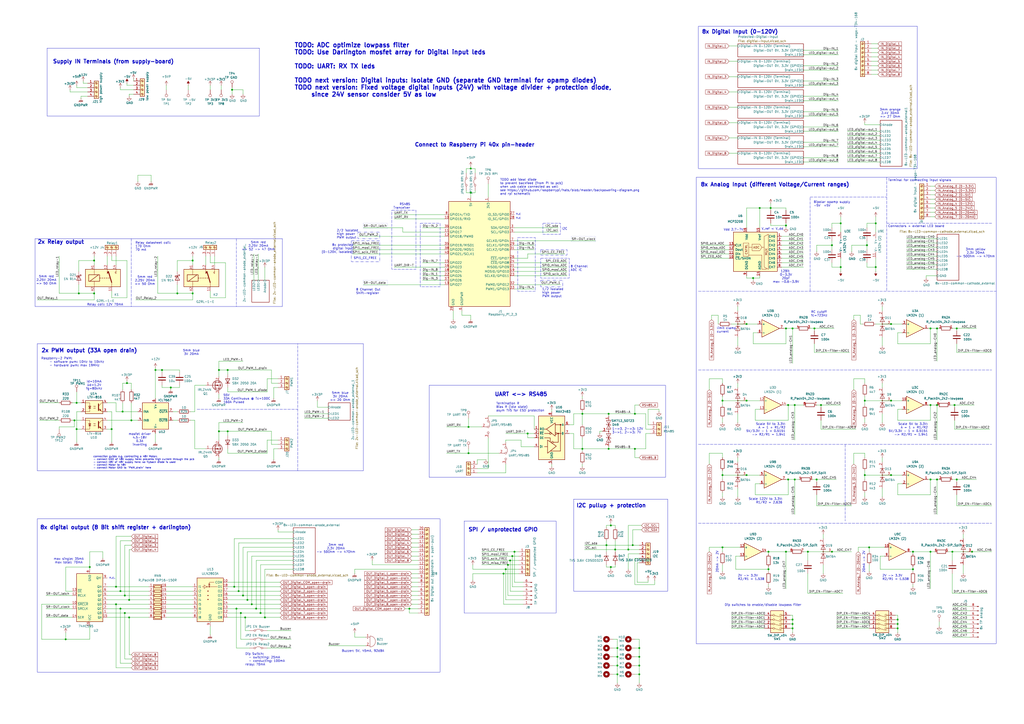
<source format=kicad_sch>
(kicad_sch
	(version 20231120)
	(generator "eeschema")
	(generator_version "8.0")
	(uuid "af4d11a6-73e1-4c39-a25e-5fe7dfa07237")
	(paper "A2")
	
	(junction
		(at 140.97 345.44)
		(diameter 0)
		(color 0 0 0 0)
		(uuid "01a8e618-7e14-4882-9136-a12536116a47")
	)
	(junction
		(at 237.49 353.06)
		(diameter 0)
		(color 0 0 0 0)
		(uuid "01c225b5-cd2c-42cd-9a9e-dd1eb69e7a46")
	)
	(junction
		(at 294.64 327.66)
		(diameter 0)
		(color 0 0 0 0)
		(uuid "05305efd-1dbd-4d1b-9814-028567a7094e")
	)
	(junction
		(at 137.16 353.06)
		(diameter 0)
		(color 0 0 0 0)
		(uuid "05eca1c0-0042-44d8-82a8-b1f48175c33d")
	)
	(junction
		(at 368.3 260.35)
		(diameter 0)
		(color 0 0 0 0)
		(uuid "06f335d7-63de-4572-a20a-022b6c7f93c9")
	)
	(junction
		(at 364.49 318.77)
		(diameter 0)
		(color 0 0 0 0)
		(uuid "072c8fc6-89d0-4715-8ea4-dd9134761f17")
	)
	(junction
		(at 351.79 316.23)
		(diameter 0)
		(color 0 0 0 0)
		(uuid "07823899-5798-4592-8eff-8b1fe5858f30")
	)
	(junction
		(at 358.14 381)
		(diameter 0)
		(color 0 0 0 0)
		(uuid "08257806-6a62-48e1-afe8-11841934bc89")
	)
	(junction
		(at 71.12 238.76)
		(diameter 0)
		(color 0 0 0 0)
		(uuid "0eedc99b-ff42-4961-8286-6066dee5c8fe")
	)
	(junction
		(at 508 129.54)
		(diameter 0)
		(color 0 0 0 0)
		(uuid "0f3fa599-affa-44c6-8b85-24ce12db14ea")
	)
	(junction
		(at 67.31 340.36)
		(diameter 0)
		(color 0 0 0 0)
		(uuid "10026633-9ac7-4b72-aa53-10151f42da81")
	)
	(junction
		(at 64.77 248.92)
		(diameter 0)
		(color 0 0 0 0)
		(uuid "11580b8b-6675-41d3-b33d-e1ed958eda93")
	)
	(junction
		(at 153.67 358.14)
		(diameter 0)
		(color 0 0 0 0)
		(uuid "119c3b35-4b9f-4318-9220-02559deba15e")
	)
	(junction
		(at 73.66 222.25)
		(diameter 0)
		(color 0 0 0 0)
		(uuid "14ee932b-b4bf-415b-ab21-01e0b930417b")
	)
	(junction
		(at 516.89 232.41)
		(diameter 0)
		(color 0 0 0 0)
		(uuid "14fcd33f-6a27-4b5c-bd8a-16602ae94ce3")
	)
	(junction
		(at 353.06 240.03)
		(diameter 0)
		(color 0 0 0 0)
		(uuid "1827b75e-5515-4844-a399-117e6918fd73")
	)
	(junction
		(at 354.33 328.93)
		(diameter 0)
		(color 0 0 0 0)
		(uuid "1c476741-4a7f-44e7-a84a-5b0fc50d1df8")
	)
	(junction
		(at 487.68 154.94)
		(diameter 0)
		(color 0 0 0 0)
		(uuid "1f83392c-f6f4-4c47-92c7-6541609902a5")
	)
	(junction
		(at 508 154.94)
		(diameter 0)
		(color 0 0 0 0)
		(uuid "1ff1815a-ddb0-4907-bed1-18b8fe5665e3")
	)
	(junction
		(at 461.01 234.95)
		(diameter 0)
		(color 0 0 0 0)
		(uuid "209182a8-b4b9-40cd-b5b2-bd90b860e927")
	)
	(junction
		(at 54.61 151.13)
		(diameter 0)
		(color 0 0 0 0)
		(uuid "213f96fc-26d9-4cf1-83bd-f4336ef00b81")
	)
	(junction
		(at 102.87 170.18)
		(diameter 0)
		(color 0 0 0 0)
		(uuid "236f3f4e-76e9-4351-baf1-7665cdb427aa")
	)
	(junction
		(at 146.05 350.52)
		(diameter 0)
		(color 0 0 0 0)
		(uuid "24719f92-8210-4aa7-b4fb-885fcf560860")
	)
	(junction
		(at 127 214.63)
		(diameter 0)
		(color 0 0 0 0)
		(uuid "2a544a35-89e9-4403-a76e-deca404b0df4")
	)
	(junction
		(at 337.82 240.03)
		(diameter 0)
		(color 0 0 0 0)
		(uuid "2d47b40e-d23f-458b-8bda-f40f4a63d16c")
	)
	(junction
		(at 461.01 278.13)
		(diameter 0)
		(color 0 0 0 0)
		(uuid "2ec783c1-8b84-46a4-83e0-9e6bdd9d83e1")
	)
	(junction
		(at 419.1 275.59)
		(diameter 0)
		(color 0 0 0 0)
		(uuid "2f3e2706-66a2-4ddc-84d7-d0f87e408bee")
	)
	(junction
		(at 358.14 391.16)
		(diameter 0)
		(color 0 0 0 0)
		(uuid "30eb7102-40a1-423f-af53-d597c277def6")
	)
	(junction
		(at 433.07 187.96)
		(diameter 0)
		(color 0 0 0 0)
		(uuid "322a1d28-d972-4b68-a81b-9e541f249074")
	)
	(junction
		(at 539.75 234.95)
		(diameter 0)
		(color 0 0 0 0)
		(uuid "3ae78f7f-94a6-4485-a6b5-d7ce73e1abef")
	)
	(junction
		(at 516.89 187.96)
		(diameter 0)
		(color 0 0 0 0)
		(uuid "3b4b0fd5-c991-4a1b-b89c-c6b2bfe001ca")
	)
	(junction
		(at 44.45 233.68)
		(diameter 0)
		(color 0 0 0 0)
		(uuid "3c610d6d-cd11-4e18-9d10-ffa22d04497a")
	)
	(junction
		(at 52.07 328.93)
		(diameter 0)
		(color 0 0 0 0)
		(uuid "3c754c5e-b249-46c4-9d05-9f550316aca5")
	)
	(junction
		(at 273.05 111.76)
		(diameter 0)
		(color 0 0 0 0)
		(uuid "401df33a-bfc8-4102-a832-13b9d72f27f9")
	)
	(junction
		(at 447.04 120.65)
		(diameter 0)
		(color 0 0 0 0)
		(uuid "42f8f2a2-d4f1-4f85-a7f3-af76fd15f334")
	)
	(junction
		(at 539.75 190.5)
		(diameter 0)
		(color 0 0 0 0)
		(uuid "4c28afa4-cb18-4457-bfd3-5c53dabd8baa")
	)
	(junction
		(at 67.31 350.52)
		(diameter 0)
		(color 0 0 0 0)
		(uuid "4dd49bce-72c0-4885-aaa1-4fc2ceee5ed9")
	)
	(junction
		(at 293.37 330.2)
		(diameter 0)
		(color 0 0 0 0)
		(uuid "4e253152-ce51-433a-bba8-8c16e7a62d28")
	)
	(junction
		(at 436.88 161.29)
		(diameter 0)
		(color 0 0 0 0)
		(uuid "4e57230f-aabe-47d0-b863-f2adc3d1ffe4")
	)
	(junction
		(at 554.99 278.13)
		(diameter 0)
		(color 0 0 0 0)
		(uuid "5350fbf4-d95b-437a-9686-20f0bf58d3a4")
	)
	(junction
		(at 356.87 318.77)
		(diameter 0)
		(color 0 0 0 0)
		(uuid "53d66afe-70cb-456e-9b1b-03e37a30427c")
	)
	(junction
		(at 539.75 278.13)
		(diameter 0)
		(color 0 0 0 0)
		(uuid "5453c15f-3da7-498f-b4d4-eefd4a32800e")
	)
	(junction
		(at 482.6 142.24)
		(diameter 0)
		(color 0 0 0 0)
		(uuid "55a82554-799d-4bb3-8181-718182c3900f")
	)
	(junction
		(at 501.65 232.41)
		(diameter 0)
		(color 0 0 0 0)
		(uuid "57a339c8-b411-45ff-a169-a3416d23d890")
	)
	(junction
		(at 111.76 170.18)
		(diameter 0)
		(color 0 0 0 0)
		(uuid "58641e9a-dfea-4a17-a599-d3f20704b922")
	)
	(junction
		(at 370.84 386.08)
		(diameter 0)
		(color 0 0 0 0)
		(uuid "58dccc51-9004-41fb-ad0d-5592fc6a349d")
	)
	(junction
		(at 539.75 320.04)
		(diameter 0)
		(color 0 0 0 0)
		(uuid "5ebeab69-b597-43d2-ab3a-c72fec21131d")
	)
	(junction
		(at 504.19 317.5)
		(diameter 0)
		(color 0 0 0 0)
		(uuid "5fbe9979-8f7b-4932-9184-a4d03c15d4fe")
	)
	(junction
		(at 476.25 234.95)
		(diameter 0)
		(color 0 0 0 0)
		(uuid "5fd46808-879e-44b8-af18-96d3e87ab16f")
	)
	(junction
		(at 354.33 304.8)
		(diameter 0)
		(color 0 0 0 0)
		(uuid "60649139-4bdd-472e-9af5-360b27505cfe")
	)
	(junction
		(at 370.84 391.16)
		(diameter 0)
		(color 0 0 0 0)
		(uuid "60a6d836-72d0-4313-9d09-432095eb272f")
	)
	(junction
		(at 295.91 325.12)
		(diameter 0)
		(color 0 0 0 0)
		(uuid "64cc4205-6b81-48b6-affd-d8656f4e6bce")
	)
	(junction
		(at 529.59 320.04)
		(diameter 0)
		(color 0 0 0 0)
		(uuid "67352b46-f9e5-4f25-b773-3d42ff5e5699")
	)
	(junction
		(at 419.1 317.5)
		(diameter 0)
		(color 0 0 0 0)
		(uuid "6e2b59ba-643e-42d5-abe7-fae3afd30e18")
	)
	(junction
		(at 90.17 214.63)
		(diameter 0)
		(color 0 0 0 0)
		(uuid "6f8dae14-e5bb-4ed3-8136-992dd6b276bb")
	)
	(junction
		(at 440.69 120.65)
		(diameter 0)
		(color 0 0 0 0)
		(uuid "71c80c36-cea0-487c-bcb3-ac90e6cf6909")
	)
	(junction
		(at 501.65 275.59)
		(diameter 0)
		(color 0 0 0 0)
		(uuid "72cd6455-fb65-4b52-8421-80100f0ddc8f")
	)
	(junction
		(at 69.85 342.9)
		(diameter 0)
		(color 0 0 0 0)
		(uuid "751fb691-f4d4-4afb-8c99-237d44216e6a")
	)
	(junction
		(at 143.51 347.98)
		(diameter 0)
		(color 0 0 0 0)
		(uuid "75331210-328d-4b01-a051-ab734c1e4329")
	)
	(junction
		(at 455.93 130.81)
		(diameter 0)
		(color 0 0 0 0)
		(uuid "7b6a19d9-d84c-4ace-9ad2-e52657e5669a")
	)
	(junction
		(at 543.56 190.5)
		(diameter 0)
		(color 0 0 0 0)
		(uuid "7c4690e7-c7bf-4226-a178-dc9e53dc51ed")
	)
	(junction
		(at 445.77 320.04)
		(diameter 0)
		(color 0 0 0 0)
		(uuid "7eee6ae0-e862-4cf5-a20a-077da3b5824a")
	)
	(junction
		(at 358.14 375.92)
		(diameter 0)
		(color 0 0 0 0)
		(uuid "8445ba9c-2e95-4eb0-ba3f-795d556ef72f")
	)
	(junction
		(at 38.1 370.84)
		(diameter 0)
		(color 0 0 0 0)
		(uuid "84b82d7c-5f92-4073-bceb-03310c6207ac")
	)
	(junction
		(at 472.44 190.5)
		(diameter 0)
		(color 0 0 0 0)
		(uuid "85be4b5b-1dd3-4429-a51f-714f415e4cb3")
	)
	(junction
		(at 516.89 275.59)
		(diameter 0)
		(color 0 0 0 0)
		(uuid "86f80d78-9680-4044-9ea8-382a544e1180")
	)
	(junction
		(at 306.07 251.46)
		(diameter 0)
		(color 0 0 0 0)
		(uuid "8ba0df70-00b9-477d-a1d9-09e132e0196c")
	)
	(junction
		(at 502.92 142.24)
		(diameter 0)
		(color 0 0 0 0)
		(uuid "8e2b91a7-a806-46dd-8017-558f66a7d5aa")
	)
	(junction
		(at 93.98 214.63)
		(diameter 0)
		(color 0 0 0 0)
		(uuid "900094c6-ad82-42ce-b9e4-bbff1fbd4f7d")
	)
	(junction
		(at 370.84 375.92)
		(diameter 0)
		(color 0 0 0 0)
		(uuid "92b51d51-f5fb-410e-bbe5-38b96764124c")
	)
	(junction
		(at 271.78 262.89)
		(diameter 0)
		(color 0 0 0 0)
		(uuid "98441d78-d77f-486a-92ea-3668d01ee127")
	)
	(junction
		(at 543.56 234.95)
		(diameter 0)
		(color 0 0 0 0)
		(uuid "9857da2e-fa86-4979-a30f-81191067da5a")
	)
	(junction
		(at 292.1 332.74)
		(diameter 0)
		(color 0 0 0 0)
		(uuid "9867b519-f5bd-4ee4-8781-727026525927")
	)
	(junction
		(at 459.74 359.41)
		(diameter 0)
		(color 0 0 0 0)
		(uuid "98c11e17-da75-489b-919d-abd5b90d75d6")
	)
	(junction
		(at 520.7 364.49)
		(diameter 0)
		(color 0 0 0 0)
		(uuid "9905ae76-43d5-46fd-ab04-63b3bd0b1c1a")
	)
	(junction
		(at 529.59 330.2)
		(diameter 0)
		(color 0 0 0 0)
		(uuid "9f9cd4a1-53b7-4b90-939d-1f42f0144daf")
	)
	(junction
		(at 72.39 345.44)
		(diameter 0)
		(color 0 0 0 0)
		(uuid "a02a0c35-7237-4690-930d-ae7d81a03d46")
	)
	(junction
		(at 433.07 275.59)
		(diameter 0)
		(color 0 0 0 0)
		(uuid "a0fb1850-0f46-4c36-b798-547b535c42df")
	)
	(junction
		(at 44.45 248.92)
		(diameter 0)
		(color 0 0 0 0)
		(uuid "a156600e-b17b-40ee-9338-2875dd6af119")
	)
	(junction
		(at 459.74 364.49)
		(diameter 0)
		(color 0 0 0 0)
		(uuid "a2aaf358-b70a-40ed-8891-c2b838783341")
	)
	(junction
		(at 543.56 278.13)
		(diameter 0)
		(color 0 0 0 0)
		(uuid "a647ae42-673a-4b30-ba91-f5c0de2d1fb1")
	)
	(junction
		(at 419.1 232.41)
		(diameter 0)
		(color 0 0 0 0)
		(uuid "a8916f2a-3760-4408-a711-e8008e50a42d")
	)
	(junction
		(at 473.71 278.13)
		(diameter 0)
		(color 0 0 0 0)
		(uuid "a8b20a5e-2fbe-4704-8e22-2faf27846df8")
	)
	(junction
		(at 553.72 234.95)
		(diameter 0)
		(color 0 0 0 0)
		(uuid "aad29792-d123-4844-9da8-1df2be24a9d5")
	)
	(junction
		(at 45.72 170.18)
		(diameter 0)
		(color 0 0 0 0)
		(uuid "ac1970be-fc9a-493a-b832-4f526b5d8a6f")
	)
	(junction
		(at 367.03 316.23)
		(diameter 0)
		(color 0 0 0 0)
		(uuid "ac4ac232-9a0f-4efe-bd40-aa7c1fcbaeed")
	)
	(junction
		(at 142.24 358.14)
		(diameter 0)
		(color 0 0 0 0)
		(uuid "b03b65c9-d63a-4b4e-b4bc-bfd5bb85047b")
	)
	(junction
		(at 134.62 52.07)
		(diameter 0)
		(color 0 0 0 0)
		(uuid "b1b4e282-b41e-4806-9700-a7c6fbc133b2")
	)
	(junction
		(at 138.43 342.9)
		(diameter 0)
		(color 0 0 0 0)
		(uuid "b2e04b3a-0203-4e9b-b5fb-44711c9651f5")
	)
	(junction
		(at 99.06 224.79)
		(diameter 0)
		(color 0 0 0 0)
		(uuid "b650fb0f-f91e-4bab-945c-20253961cf93")
	)
	(junction
		(at 368.3 240.03)
		(diameter 0)
		(color 0 0 0 0)
		(uuid "b75f83a7-ff43-422c-8aef-b23c65dc9f58")
	)
	(junction
		(at 433.07 232.41)
		(diameter 0)
		(color 0 0 0 0)
		(uuid "b8cbbf2c-6947-4c47-a76a-df98369a49e2")
	)
	(junction
		(at 445.77 330.2)
		(diameter 0)
		(color 0 0 0 0)
		(uuid "bc0e8895-a168-4b32-a3ae-032222041331")
	)
	(junction
		(at 273.05 97.79)
		(diameter 0)
		(color 0 0 0 0)
		(uuid "c141ea30-0a7b-45f8-a452-2c0244bcf9aa")
	)
	(junction
		(at 111.76 151.13)
		(diameter 0)
		(color 0 0 0 0)
		(uuid "c25e2208-2d4a-4a5d-b1b6-520bc7405c20")
	)
	(junction
		(at 72.39 355.6)
		(diameter 0)
		(color 0 0 0 0)
		(uuid "c2a7d60c-8406-4629-9f9f-20facc991908")
	)
	(junction
		(at 127 250.19)
		(diameter 0)
		(color 0 0 0 0)
		(uuid "c583ebaa-dbb1-42bf-9503-cd46d9d9c934")
	)
	(junction
		(at 468.63 320.04)
		(diameter 0)
		(color 0 0 0 0)
		(uuid "c6fd9455-a40f-495c-b522-dad68ccccb40")
	)
	(junction
		(at 69.85 353.06)
		(diameter 0)
		(color 0 0 0 0)
		(uuid "c7252f51-5593-44ea-9ef0-15644cb2b836")
	)
	(junction
		(at 482.6 320.04)
		(diameter 0)
		(color 0 0 0 0)
		(uuid "c7d2abe6-56ee-45d0-91ba-2bdad49697be")
	)
	(junction
		(at 554.99 190.5)
		(diameter 0)
		(color 0 0 0 0)
		(uuid "c9a1a788-271b-4313-91ac-1eb41a1be2d1")
	)
	(junction
		(at 74.93 347.98)
		(diameter 0)
		(color 0 0 0 0)
		(uuid "ca97fd06-a20b-4255-9402-c6f0775648c9")
	)
	(junction
		(at 563.88 320.04)
		(diameter 0)
		(color 0 0 0 0)
		(uuid "cb011434-a4b0-4556-a812-d331c49ca2c1")
	)
	(junction
		(at 297.18 322.58)
		(diameter 0)
		(color 0 0 0 0)
		(uuid "ccfc0193-cd4b-4bd1-9adb-8688e97bfa23")
	)
	(junction
		(at 151.13 355.6)
		(diameter 0)
		(color 0 0 0 0)
		(uuid "cdb7cae5-fc07-4bbc-8ee6-837fb3913bf1")
	)
	(junction
		(at 455.93 320.04)
		(diameter 0)
		(color 0 0 0 0)
		(uuid "d3002e4b-d3e1-40cc-9b8a-5d2c7334c6dd")
	)
	(junction
		(at 520.7 361.95)
		(diameter 0)
		(color 0 0 0 0)
		(uuid "d3c25f2f-519c-4e8a-bf2d-451e91de8263")
	)
	(junction
		(at 459.74 190.5)
		(diameter 0)
		(color 0 0 0 0)
		(uuid "d5958f52-db39-4d96-9f5c-46cc0e0a9c13")
	)
	(junction
		(at 353.06 260.35)
		(diameter 0)
		(color 0 0 0 0)
		(uuid "d5f0980c-b894-41c8-ad9a-99d84da95533")
	)
	(junction
		(at 132.08 250.19)
		(diameter 0)
		(color 0 0 0 0)
		(uuid "d7f6abff-a394-48b0-8295-d13e407a04cb")
	)
	(junction
		(at 487.68 129.54)
		(diameter 0)
		(color 0 0 0 0)
		(uuid "d8d7fb1f-bb4d-4c93-8aa7-905c20aefd85")
	)
	(junction
		(at 358.14 386.08)
		(diameter 0)
		(color 0 0 0 0)
		(uuid "d8d95aad-526c-4d3e-9a9b-fefcb78efcaa")
	)
	(junction
		(at 552.45 320.04)
		(diameter 0)
		(color 0 0 0 0)
		(uuid "dd672ca4-9aed-4510-a18a-eaf4c4b1b5b2")
	)
	(junction
		(at 298.45 320.04)
		(diameter 0)
		(color 0 0 0 0)
		(uuid "dd9c1b13-9084-449b-9bee-5e037521464a")
	)
	(junction
		(at 520.7 359.41)
		(diameter 0)
		(color 0 0 0 0)
		(uuid "df62cb63-19fa-46f2-9a5a-93a304b5a69d")
	)
	(junction
		(at 271.78 247.65)
		(diameter 0)
		(color 0 0 0 0)
		(uuid "df678c17-c7d1-407d-803a-c886081558ed")
	)
	(junction
		(at 457.2 234.95)
		(diameter 0)
		(color 0 0 0 0)
		(uuid "e06e2f01-d838-48f6-8efa-7e05b926ca29")
	)
	(junction
		(at 54.61 170.18)
		(diameter 0)
		(color 0 0 0 0)
		(uuid "e0fcc60c-adef-4503-b67d-31eec596d694")
	)
	(junction
		(at 148.59 353.06)
		(diameter 0)
		(color 0 0 0 0)
		(uuid "e3108376-7dad-4cc8-8861-63d384004879")
	)
	(junction
		(at 76.2 243.84)
		(diameter 0)
		(color 0 0 0 0)
		(uuid "e5b099e1-f557-4448-b3d0-b283fc211558")
	)
	(junction
		(at 135.89 340.36)
		(diameter 0)
		(color 0 0 0 0)
		(uuid "e5bd5461-5bb2-4b08-87c8-6e463ef8db0a")
	)
	(junction
		(at 132.08 214.63)
		(diameter 0)
		(color 0 0 0 0)
		(uuid "e8615103-e90c-4f75-b440-b8fad443ff1e")
	)
	(junction
		(at 43.18 243.84)
		(diameter 0)
		(color 0 0 0 0)
		(uuid "e888c988-fb5e-4161-b771-d1f510c9d0b9")
	)
	(junction
		(at 337.82 260.35)
		(diameter 0)
		(color 0 0 0 0)
		(uuid "ed02a82a-9a4c-446b-b18a-c2e77fed11fa")
	)
	(junction
		(at 457.2 278.13)
		(diameter 0)
		(color 0 0 0 0)
		(uuid "ef6c709f-f6a8-4332-b336-2fc745163133")
	)
	(junction
		(at 459.74 361.95)
		(diameter 0)
		(color 0 0 0 0)
		(uuid "f4dadaf2-7795-4ea6-a683-80336635a387")
	)
	(junction
		(at 370.84 381)
		(diameter 0)
		(color 0 0 0 0)
		(uuid "f8e84513-ffe1-4837-b530-90ecbd0bf285")
	)
	(junction
		(at 139.7 355.6)
		(diameter 0)
		(color 0 0 0 0)
		(uuid "fae7fc45-5150-4de6-9de8-a36ec31aa312")
	)
	(junction
		(at 455.93 190.5)
		(diameter 0)
		(color 0 0 0 0)
		(uuid "fbce1fdb-db5b-4f19-bbb5-0a9c27bcbc89")
	)
	(junction
		(at 74.93 358.14)
		(diameter 0)
		(color 0 0 0 0)
		(uuid "fcfc1728-3653-4623-b7b5-a4e4cd6811ba")
	)
	(wire
		(pts
			(xy 455.93 129.54) (xy 455.93 130.81)
		)
		(stroke
			(width 0)
			(type default)
		)
		(uuid "0054231e-6c1c-4b62-a261-da803b448710")
	)
	(wire
		(pts
			(xy 491.49 78.74) (xy 510.54 78.74)
		)
		(stroke
			(width 0)
			(type default)
		)
		(uuid "0059a5bd-5d4e-41f1-b8bf-105e91bea211")
	)
	(wire
		(pts
			(xy 496.57 248.92) (xy 476.25 248.92)
		)
		(stroke
			(width 0)
			(type default)
		)
		(uuid "007352d0-4393-4d19-8efc-d51e28cb77e4")
	)
	(wire
		(pts
			(xy 238.76 320.04) (xy 242.57 320.04)
		)
		(stroke
			(width 0)
			(type default)
		)
		(uuid "00818073-0ff6-4df9-84ad-d009831f149e")
	)
	(wire
		(pts
			(xy 62.23 243.84) (xy 76.2 243.84)
		)
		(stroke
			(width 0)
			(type default)
		)
		(uuid "00912cef-7458-4250-9601-851325c17234")
	)
	(wire
		(pts
			(xy 62.23 233.68) (xy 67.31 233.68)
		)
		(stroke
			(width 0)
			(type default)
		)
		(uuid "00e44004-c513-4de5-a722-c1ec9c261caa")
	)
	(wire
		(pts
			(xy 419.1 327.66) (xy 419.1 331.47)
		)
		(stroke
			(width 0)
			(type default)
		)
		(uuid "00ef2f56-37bd-4ed0-aeb9-aa019bd24e2f")
	)
	(wire
		(pts
			(xy 139.7 370.84) (xy 139.7 355.6)
		)
		(stroke
			(width 0)
			(type default)
		)
		(uuid "00fdba94-28e0-4b7e-a3f6-8468a273182f")
	)
	(wire
		(pts
			(xy 553.72 234.95) (xy 553.72 236.22)
		)
		(stroke
			(width 0)
			(type default)
		)
		(uuid "01a5f7f5-381b-4726-8886-b420b25ccedd")
	)
	(wire
		(pts
			(xy 132.08 353.06) (xy 137.16 353.06)
		)
		(stroke
			(width 0)
			(type default)
		)
		(uuid "01f70877-5d35-4473-8154-b32633fb4439")
	)
	(wire
		(pts
			(xy 90.17 214.63) (xy 93.98 214.63)
		)
		(stroke
			(width 0)
			(type default)
		)
		(uuid "02432959-10b0-4f2a-af2d-7311d5fec00d")
	)
	(wire
		(pts
			(xy 486.41 31.75) (xy 466.09 31.75)
		)
		(stroke
			(width 0)
			(type default)
		)
		(uuid "025ad35c-64b0-47a8-a900-f118fd03ec35")
	)
	(wire
		(pts
			(xy 270.51 111.76) (xy 273.05 111.76)
		)
		(stroke
			(width 0)
			(type default)
		)
		(uuid "02629f80-2850-40af-b117-d301cbd2e1ca")
	)
	(wire
		(pts
			(xy 274.32 330.2) (xy 293.37 330.2)
		)
		(stroke
			(width 0)
			(type default)
		)
		(uuid "02a344d2-8b47-43f6-b628-b060a6ff1a34")
	)
	(wire
		(pts
			(xy 537.21 160.02) (xy 543.56 160.02)
		)
		(stroke
			(width 0)
			(type default)
		)
		(uuid "02ca2bcb-dc3d-41b8-b3bb-d6980a38a62d")
	)
	(wire
		(pts
			(xy 52.07 330.2) (xy 52.07 328.93)
		)
		(stroke
			(width 0)
			(type default)
		)
		(uuid "02caf3da-4dfe-464a-bed0-55c975aa32ca")
	)
	(wire
		(pts
			(xy 487.68 125.73) (xy 487.68 129.54)
		)
		(stroke
			(width 0)
			(type default)
		)
		(uuid "02dea10a-f229-486d-876a-a071096eeead")
	)
	(wire
		(pts
			(xy 245.11 152.4) (xy 257.81 152.4)
		)
		(stroke
			(width 0)
			(type default)
		)
		(uuid "02f927d2-46f0-4067-bb2c-7b5ed625f8eb")
	)
	(wire
		(pts
			(xy 157.48 250.19) (xy 157.48 257.81)
		)
		(stroke
			(width 0)
			(type default)
		)
		(uuid "030da04f-bb6a-49d5-a07a-b1ac13ef0d2c")
	)
	(wire
		(pts
			(xy 516.89 275.59) (xy 523.24 275.59)
		)
		(stroke
			(width 0)
			(type default)
		)
		(uuid "0402a363-6ddc-4245-b79d-651ce5e2b849")
	)
	(wire
		(pts
			(xy 457.2 234.95) (xy 461.01 234.95)
		)
		(stroke
			(width 0)
			(type default)
		)
		(uuid "04304b2e-0c68-4a14-bbe0-0e23cac30e94")
	)
	(wire
		(pts
			(xy 176.53 242.57) (xy 190.5 242.57)
		)
		(stroke
			(width 0)
			(type default)
		)
		(uuid "0441f777-da59-4d51-9ce1-7f52d2030a3b")
	)
	(wire
		(pts
			(xy 351.79 306.07) (xy 351.79 304.8)
		)
		(stroke
			(width 0)
			(type default)
		)
		(uuid "0445f1c5-cbd7-41f2-81d5-6122602375c6")
	)
	(wire
		(pts
			(xy 563.88 320.04) (xy 575.31 320.04)
		)
		(stroke
			(width 0)
			(type default)
		)
		(uuid "044788d0-021d-486d-a9d3-fdae59027b7a")
	)
	(polyline
		(pts
			(xy 114.3 237.49) (xy 172.72 237.49)
		)
		(stroke
			(width 0)
			(type dash)
		)
		(uuid "0562829c-78ed-418e-bf83-3ad41711062d")
	)
	(wire
		(pts
			(xy 73.66 151.13) (xy 73.66 172.72)
		)
		(stroke
			(width 0)
			(type default)
		)
		(uuid "05769be8-6486-49a6-96aa-282d535c7d39")
	)
	(wire
		(pts
			(xy 433.07 132.08) (xy 433.07 120.65)
		)
		(stroke
			(width 0)
			(type default)
		)
		(uuid "05c7cccb-cca5-4623-97c8-040d9b4df307")
	)
	(wire
		(pts
			(xy 67.31 340.36) (xy 86.36 340.36)
		)
		(stroke
			(width 0)
			(type default)
		)
		(uuid "060a1e46-185f-46d5-bb25-4b502bfab042")
	)
	(wire
		(pts
			(xy 453.39 137.16) (xy 466.09 137.16)
		)
		(stroke
			(width 0)
			(type default)
		)
		(uuid "068083fa-fce7-43b5-8463-4f98840e7a26")
	)
	(wire
		(pts
			(xy 73.66 172.72) (xy 64.77 172.72)
		)
		(stroke
			(width 0)
			(type default)
		)
		(uuid "06a1b25e-5913-4cbd-a6dc-df54f02c3062")
	)
	(wire
		(pts
			(xy 76.2 313.69) (xy 69.85 313.69)
		)
		(stroke
			(width 0)
			(type default)
		)
		(uuid "0768423a-ac1c-4f99-9532-7ef87789f549")
	)
	(wire
		(pts
			(xy 96.52 342.9) (xy 111.76 342.9)
		)
		(stroke
			(width 0)
			(type default)
		)
		(uuid "07df2798-ce49-4d2e-88d1-304e7370129e")
	)
	(wire
		(pts
			(xy 273.05 182.88) (xy 273.05 185.42)
		)
		(stroke
			(width 0)
			(type default)
		)
		(uuid "07f79494-8767-4e73-b134-542e489a4daa")
	)
	(wire
		(pts
			(xy 511.81 265.43) (xy 511.81 267.97)
		)
		(stroke
			(width 0)
			(type default)
		)
		(uuid "086ffce1-bece-47de-afff-a5272daa684c")
	)
	(wire
		(pts
			(xy 543.56 278.13) (xy 544.83 278.13)
		)
		(stroke
			(width 0)
			(type default)
		)
		(uuid "08d4afc6-7a52-4c48-90ea-de03339f3fec")
	)
	(wire
		(pts
			(xy 438.15 280.67) (xy 438.15 287.02)
		)
		(stroke
			(width 0)
			(type default)
		)
		(uuid "08da2754-5954-4cc6-88b7-c43418808a5f")
	)
	(wire
		(pts
			(xy 238.76 332.74) (xy 242.57 332.74)
		)
		(stroke
			(width 0)
			(type default)
		)
		(uuid "09105bff-0442-453e-b260-c98527da345d")
	)
	(wire
		(pts
			(xy 453.39 139.7) (xy 466.09 139.7)
		)
		(stroke
			(width 0)
			(type default)
		)
		(uuid "0932f8bf-1781-41f0-8075-3b7e84ddb5c7")
	)
	(wire
		(pts
			(xy 64.77 248.92) (xy 64.77 238.76)
		)
		(stroke
			(width 0)
			(type default)
		)
		(uuid "09c9e21f-8206-47ae-a9c8-c044bfbcae4a")
	)
	(wire
		(pts
			(xy 501.65 273.05) (xy 501.65 275.59)
		)
		(stroke
			(width 0)
			(type default)
		)
		(uuid "09d9a41a-af3c-4a91-ad4d-2c3b79cf9ec7")
	)
	(wire
		(pts
			(xy 52.07 363.22) (xy 52.07 370.84)
		)
		(stroke
			(width 0)
			(type default)
		)
		(uuid "0a051774-4cbb-4b66-bf37-8910fac947bb")
	)
	(wire
		(pts
			(xy 62.23 358.14) (xy 74.93 358.14)
		)
		(stroke
			(width 0)
			(type default)
		)
		(uuid "0aa33d96-2e44-4442-b63d-f8ede3d506ac")
	)
	(wire
		(pts
			(xy 375.92 237.49) (xy 375.92 246.38)
		)
		(stroke
			(width 0)
			(type default)
		)
		(uuid "0ac0da6d-7a79-4bb6-aac5-dbd7e02f6a35")
	)
	(wire
		(pts
			(xy 157.48 257.81) (xy 161.29 257.81)
		)
		(stroke
			(width 0)
			(type default)
		)
		(uuid "0af3e3f5-4871-4f0a-9b10-f4cd810203b5")
	)
	(wire
		(pts
			(xy 419.1 262.89) (xy 419.1 265.43)
		)
		(stroke
			(width 0)
			(type default)
		)
		(uuid "0b798a4e-ae38-46ca-9967-253a2656e0f1")
	)
	(wire
		(pts
			(xy 69.85 384.81) (xy 69.85 353.06)
		)
		(stroke
			(width 0)
			(type default)
		)
		(uuid "0d64bcbd-9b4c-4f6e-98d3-beab5b2606b6")
	)
	(wire
		(pts
			(xy 458.47 361.95) (xy 459.74 361.95)
		)
		(stroke
			(width 0)
			(type default)
		)
		(uuid "0ee3f252-7bb8-434b-aa8b-9caf2c52cf77")
	)
	(wire
		(pts
			(xy 501.65 232.41) (xy 501.65 234.95)
		)
		(stroke
			(width 0)
			(type default)
		)
		(uuid "0f4644b6-fa54-41ce-a769-bba1ac182829")
	)
	(wire
		(pts
			(
... [505909 chars truncated]
</source>
